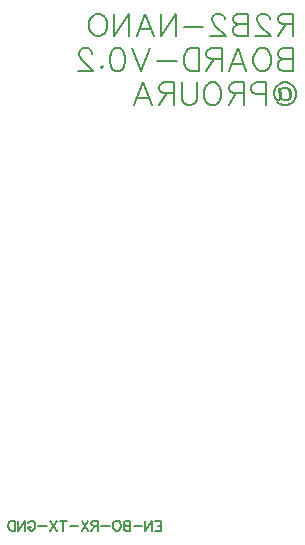
<source format=gbo>
G04 ---------------------------- Layer name :BOTTOM SILK LAYER*
G04 EasyEDA v5.6.15, Thu, 02 Aug 2018 18:58:32 GMT*
G04 c1dd2be7df344d0ea50767cdd4af59ce*
G04 Gerber Generator version 0.2*
G04 Scale: 100 percent, Rotated: No, Reflected: No *
G04 Dimensions in inches *
G04 leading zeros omitted , absolute positions ,2 integer and 4 decimal *
%FSLAX24Y24*%
%MOIN*%
G90*
G70D02*

%ADD22C,0.008000*%

%LPD*%
G54D22*
G01X10992Y18499D02*
G01X10992Y17736D01*
G01X10992Y18499D02*
G01X10665Y18499D01*
G01X10556Y18463D01*
G01X10520Y18427D01*
G01X10483Y18354D01*
G01X10483Y18281D01*
G01X10520Y18209D01*
G01X10556Y18172D01*
G01X10665Y18136D01*
G01X10992Y18136D01*
G01X10738Y18136D02*
G01X10483Y17736D01*
G01X10207Y18318D02*
G01X10207Y18354D01*
G01X10170Y18427D01*
G01X10134Y18463D01*
G01X10061Y18499D01*
G01X9916Y18499D01*
G01X9843Y18463D01*
G01X9807Y18427D01*
G01X9770Y18354D01*
G01X9770Y18281D01*
G01X9807Y18209D01*
G01X9880Y18099D01*
G01X10243Y17736D01*
G01X9734Y17736D01*
G01X9494Y18499D02*
G01X9494Y17736D01*
G01X9494Y18499D02*
G01X9167Y18499D01*
G01X9058Y18463D01*
G01X9021Y18427D01*
G01X8985Y18354D01*
G01X8985Y18281D01*
G01X9021Y18209D01*
G01X9058Y18172D01*
G01X9167Y18136D01*
G01X9494Y18136D02*
G01X9167Y18136D01*
G01X9058Y18099D01*
G01X9021Y18063D01*
G01X8985Y17990D01*
G01X8985Y17881D01*
G01X9021Y17809D01*
G01X9058Y17772D01*
G01X9167Y17736D01*
G01X9494Y17736D01*
G01X8709Y18318D02*
G01X8709Y18354D01*
G01X8672Y18427D01*
G01X8636Y18463D01*
G01X8563Y18499D01*
G01X8418Y18499D01*
G01X8345Y18463D01*
G01X8309Y18427D01*
G01X8272Y18354D01*
G01X8272Y18281D01*
G01X8309Y18209D01*
G01X8381Y18099D01*
G01X8745Y17736D01*
G01X8236Y17736D01*
G01X7996Y18063D02*
G01X7341Y18063D01*
G01X7101Y18499D02*
G01X7101Y17736D01*
G01X7101Y18499D02*
G01X6592Y17736D01*
G01X6592Y18499D02*
G01X6592Y17736D01*
G01X6061Y18499D02*
G01X6352Y17736D01*
G01X6061Y18499D02*
G01X5770Y17736D01*
G01X6243Y17990D02*
G01X5880Y17990D01*
G01X5530Y18499D02*
G01X5530Y17736D01*
G01X5530Y18499D02*
G01X5021Y17736D01*
G01X5021Y18499D02*
G01X5021Y17736D01*
G01X4563Y18499D02*
G01X4636Y18463D01*
G01X4709Y18390D01*
G01X4745Y18318D01*
G01X4781Y18209D01*
G01X4781Y18027D01*
G01X4745Y17918D01*
G01X4709Y17845D01*
G01X4636Y17772D01*
G01X4563Y17736D01*
G01X4418Y17736D01*
G01X4345Y17772D01*
G01X4272Y17845D01*
G01X4236Y17918D01*
G01X4200Y18027D01*
G01X4200Y18209D01*
G01X4236Y18318D01*
G01X4272Y18390D01*
G01X4345Y18463D01*
G01X4418Y18499D01*
G01X4563Y18499D01*
G01X10558Y15909D02*
G01X10594Y15981D01*
G01X10667Y16018D01*
G01X10776Y16018D01*
G01X10849Y15981D01*
G01X10885Y15945D01*
G01X10921Y15836D01*
G01X10921Y15727D01*
G01X10885Y15654D01*
G01X10812Y15618D01*
G01X10703Y15618D01*
G01X10630Y15654D01*
G01X10594Y15727D01*
G01X10776Y16018D02*
G01X10849Y15945D01*
G01X10885Y15836D01*
G01X10885Y15727D01*
G01X10849Y15654D01*
G01X10812Y15618D01*
G01X10558Y16018D02*
G01X10594Y15727D01*
G01X10594Y15654D01*
G01X10521Y15618D01*
G01X10449Y15618D01*
G01X10376Y15690D01*
G01X10340Y15800D01*
G01X10340Y15872D01*
G01X10376Y15981D01*
G01X10412Y16054D01*
G01X10485Y16127D01*
G01X10558Y16163D01*
G01X10667Y16200D01*
G01X10776Y16200D01*
G01X10885Y16163D01*
G01X10958Y16127D01*
G01X11030Y16054D01*
G01X11067Y15981D01*
G01X11103Y15872D01*
G01X11103Y15763D01*
G01X11067Y15654D01*
G01X11030Y15581D01*
G01X10958Y15509D01*
G01X10885Y15472D01*
G01X10776Y15436D01*
G01X10667Y15436D01*
G01X10558Y15472D01*
G01X10485Y15509D01*
G01X10449Y15545D01*
G01X10521Y16018D02*
G01X10558Y15727D01*
G01X10558Y15654D01*
G01X10521Y15618D01*
G01X10100Y16200D02*
G01X10100Y15436D01*
G01X10100Y16200D02*
G01X9772Y16200D01*
G01X9663Y16163D01*
G01X9627Y16127D01*
G01X9590Y16054D01*
G01X9590Y15945D01*
G01X9627Y15872D01*
G01X9663Y15836D01*
G01X9772Y15800D01*
G01X10100Y15800D01*
G01X9350Y16200D02*
G01X9350Y15436D01*
G01X9350Y16200D02*
G01X9023Y16200D01*
G01X8914Y16163D01*
G01X8878Y16127D01*
G01X8841Y16054D01*
G01X8841Y15981D01*
G01X8878Y15909D01*
G01X8914Y15872D01*
G01X9023Y15836D01*
G01X9350Y15836D01*
G01X9096Y15836D02*
G01X8841Y15436D01*
G01X8383Y16200D02*
G01X8456Y16163D01*
G01X8529Y16090D01*
G01X8565Y16018D01*
G01X8601Y15909D01*
G01X8601Y15727D01*
G01X8565Y15618D01*
G01X8529Y15545D01*
G01X8456Y15472D01*
G01X8383Y15436D01*
G01X8238Y15436D01*
G01X8165Y15472D01*
G01X8092Y15545D01*
G01X8056Y15618D01*
G01X8020Y15727D01*
G01X8020Y15909D01*
G01X8056Y16018D01*
G01X8092Y16090D01*
G01X8165Y16163D01*
G01X8238Y16200D01*
G01X8383Y16200D01*
G01X7780Y16200D02*
G01X7780Y15654D01*
G01X7743Y15545D01*
G01X7670Y15472D01*
G01X7561Y15436D01*
G01X7489Y15436D01*
G01X7380Y15472D01*
G01X7307Y15545D01*
G01X7270Y15654D01*
G01X7270Y16200D01*
G01X7030Y16200D02*
G01X7030Y15436D01*
G01X7030Y16200D02*
G01X6703Y16200D01*
G01X6594Y16163D01*
G01X6558Y16127D01*
G01X6521Y16054D01*
G01X6521Y15981D01*
G01X6558Y15909D01*
G01X6594Y15872D01*
G01X6703Y15836D01*
G01X7030Y15836D01*
G01X6776Y15836D02*
G01X6521Y15436D01*
G01X5990Y16200D02*
G01X6281Y15436D01*
G01X5990Y16200D02*
G01X5700Y15436D01*
G01X6172Y15690D02*
G01X5809Y15690D01*
G01X11000Y17336D02*
G01X11000Y16572D01*
G01X11000Y17336D02*
G01X10672Y17336D01*
G01X10563Y17300D01*
G01X10527Y17263D01*
G01X10490Y17190D01*
G01X10490Y17118D01*
G01X10527Y17045D01*
G01X10563Y17009D01*
G01X10672Y16972D01*
G01X11000Y16972D02*
G01X10672Y16972D01*
G01X10563Y16936D01*
G01X10527Y16900D01*
G01X10490Y16827D01*
G01X10490Y16718D01*
G01X10527Y16645D01*
G01X10563Y16609D01*
G01X10672Y16572D01*
G01X11000Y16572D01*
G01X10032Y17336D02*
G01X10105Y17300D01*
G01X10178Y17227D01*
G01X10214Y17154D01*
G01X10250Y17045D01*
G01X10250Y16863D01*
G01X10214Y16754D01*
G01X10178Y16681D01*
G01X10105Y16609D01*
G01X10032Y16572D01*
G01X9887Y16572D01*
G01X9814Y16609D01*
G01X9741Y16681D01*
G01X9705Y16754D01*
G01X9669Y16863D01*
G01X9669Y17045D01*
G01X9705Y17154D01*
G01X9741Y17227D01*
G01X9814Y17300D01*
G01X9887Y17336D01*
G01X10032Y17336D01*
G01X9138Y17336D02*
G01X9429Y16572D01*
G01X9138Y17336D02*
G01X8847Y16572D01*
G01X9319Y16827D02*
G01X8956Y16827D01*
G01X8607Y17336D02*
G01X8607Y16572D01*
G01X8607Y17336D02*
G01X8280Y17336D01*
G01X8170Y17300D01*
G01X8134Y17263D01*
G01X8098Y17190D01*
G01X8098Y17118D01*
G01X8134Y17045D01*
G01X8170Y17009D01*
G01X8280Y16972D01*
G01X8607Y16972D01*
G01X8352Y16972D02*
G01X8098Y16572D01*
G01X7858Y17336D02*
G01X7858Y16572D01*
G01X7858Y17336D02*
G01X7603Y17336D01*
G01X7494Y17300D01*
G01X7421Y17227D01*
G01X7385Y17154D01*
G01X7349Y17045D01*
G01X7349Y16863D01*
G01X7385Y16754D01*
G01X7421Y16681D01*
G01X7494Y16609D01*
G01X7603Y16572D01*
G01X7858Y16572D01*
G01X7109Y16900D02*
G01X6454Y16900D01*
G01X6214Y17336D02*
G01X5923Y16572D01*
G01X5632Y17336D02*
G01X5923Y16572D01*
G01X5174Y17336D02*
G01X5283Y17300D01*
G01X5356Y17190D01*
G01X5392Y17009D01*
G01X5392Y16900D01*
G01X5356Y16718D01*
G01X5283Y16609D01*
G01X5174Y16572D01*
G01X5101Y16572D01*
G01X4992Y16609D01*
G01X4919Y16718D01*
G01X4883Y16900D01*
G01X4883Y17009D01*
G01X4919Y17190D01*
G01X4992Y17300D01*
G01X5101Y17336D01*
G01X5174Y17336D01*
G01X4607Y16754D02*
G01X4643Y16718D01*
G01X4607Y16681D01*
G01X4570Y16718D01*
G01X4607Y16754D01*
G01X4294Y17154D02*
G01X4294Y17190D01*
G01X4258Y17263D01*
G01X4221Y17300D01*
G01X4149Y17336D01*
G01X4003Y17336D01*
G01X3930Y17300D01*
G01X3894Y17263D01*
G01X3858Y17190D01*
G01X3858Y17118D01*
G01X3894Y17045D01*
G01X3967Y16936D01*
G01X4330Y16572D01*
G01X3821Y16572D01*
G01X6600Y1590D02*
G01X6600Y1256D01*
G01X6600Y1590D02*
G01X6393Y1590D01*
G01X6600Y1431D02*
G01X6472Y1431D01*
G01X6600Y1256D02*
G01X6393Y1256D01*
G01X6288Y1590D02*
G01X6288Y1256D01*
G01X6288Y1590D02*
G01X6065Y1256D01*
G01X6065Y1590D02*
G01X6065Y1256D01*
G01X5960Y1400D02*
G01X5674Y1400D01*
G01X5569Y1590D02*
G01X5569Y1256D01*
G01X5569Y1590D02*
G01X5425Y1590D01*
G01X5378Y1575D01*
G01X5362Y1559D01*
G01X5346Y1527D01*
G01X5346Y1495D01*
G01X5362Y1463D01*
G01X5378Y1447D01*
G01X5425Y1431D01*
G01X5569Y1431D02*
G01X5425Y1431D01*
G01X5378Y1415D01*
G01X5362Y1400D01*
G01X5346Y1368D01*
G01X5346Y1320D01*
G01X5362Y1288D01*
G01X5378Y1272D01*
G01X5425Y1256D01*
G01X5569Y1256D01*
G01X5145Y1590D02*
G01X5177Y1575D01*
G01X5209Y1543D01*
G01X5225Y1511D01*
G01X5241Y1463D01*
G01X5241Y1384D01*
G01X5225Y1336D01*
G01X5209Y1304D01*
G01X5177Y1272D01*
G01X5145Y1256D01*
G01X5082Y1256D01*
G01X5050Y1272D01*
G01X5018Y1304D01*
G01X5002Y1336D01*
G01X4986Y1384D01*
G01X4986Y1463D01*
G01X5002Y1511D01*
G01X5018Y1543D01*
G01X5050Y1575D01*
G01X5082Y1590D01*
G01X5145Y1590D01*
G01X4881Y1400D02*
G01X4595Y1400D01*
G01X4490Y1590D02*
G01X4490Y1256D01*
G01X4490Y1590D02*
G01X4347Y1590D01*
G01X4299Y1575D01*
G01X4283Y1559D01*
G01X4267Y1527D01*
G01X4267Y1495D01*
G01X4283Y1463D01*
G01X4299Y1447D01*
G01X4347Y1431D01*
G01X4490Y1431D01*
G01X4379Y1431D02*
G01X4267Y1256D01*
G01X4162Y1590D02*
G01X3939Y1256D01*
G01X3939Y1590D02*
G01X4162Y1256D01*
G01X3835Y1400D02*
G01X3548Y1400D01*
G01X3332Y1590D02*
G01X3332Y1256D01*
G01X3443Y1590D02*
G01X3220Y1590D01*
G01X3115Y1590D02*
G01X2893Y1256D01*
G01X2893Y1590D02*
G01X3115Y1256D01*
G01X2788Y1400D02*
G01X2501Y1400D01*
G01X2158Y1511D02*
G01X2174Y1543D01*
G01X2205Y1575D01*
G01X2237Y1590D01*
G01X2301Y1590D01*
G01X2333Y1575D01*
G01X2364Y1543D01*
G01X2380Y1511D01*
G01X2396Y1463D01*
G01X2396Y1384D01*
G01X2380Y1336D01*
G01X2364Y1304D01*
G01X2333Y1272D01*
G01X2301Y1256D01*
G01X2237Y1256D01*
G01X2205Y1272D01*
G01X2174Y1304D01*
G01X2158Y1336D01*
G01X2158Y1384D01*
G01X2237Y1384D02*
G01X2158Y1384D01*
G01X2053Y1590D02*
G01X2053Y1256D01*
G01X2053Y1590D02*
G01X1830Y1256D01*
G01X1830Y1590D02*
G01X1830Y1256D01*
G01X1725Y1590D02*
G01X1725Y1256D01*
G01X1725Y1590D02*
G01X1614Y1590D01*
G01X1566Y1575D01*
G01X1534Y1543D01*
G01X1518Y1511D01*
G01X1502Y1463D01*
G01X1502Y1384D01*
G01X1518Y1336D01*
G01X1534Y1304D01*
G01X1566Y1272D01*
G01X1614Y1256D01*
G01X1725Y1256D01*
M00*
M02*

</source>
